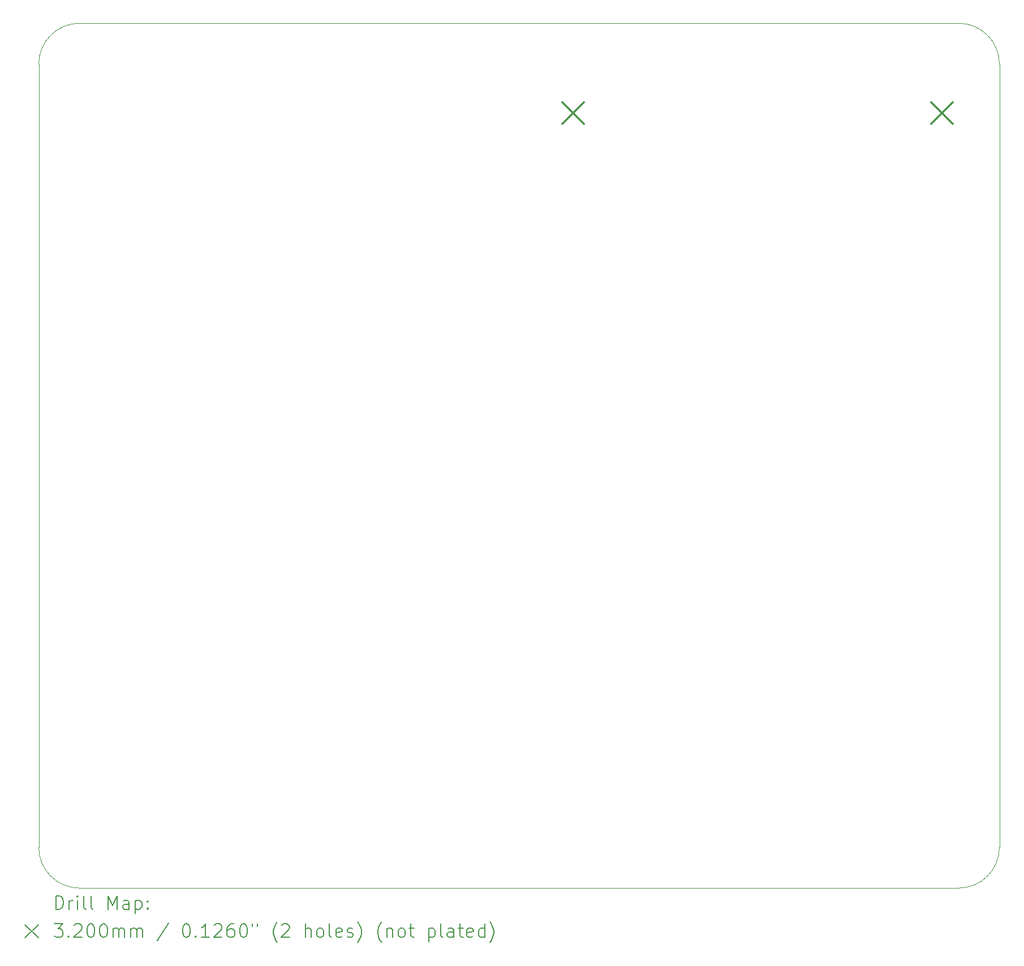
<source format=gbr>
%TF.GenerationSoftware,KiCad,Pcbnew,7.0.7*%
%TF.CreationDate,2023-09-25T16:01:10+09:00*%
%TF.ProjectId,TMA-1,544d412d-312e-46b6-9963-61645f706362,rev?*%
%TF.SameCoordinates,Original*%
%TF.FileFunction,Drillmap*%
%TF.FilePolarity,Positive*%
%FSLAX45Y45*%
G04 Gerber Fmt 4.5, Leading zero omitted, Abs format (unit mm)*
G04 Created by KiCad (PCBNEW 7.0.7) date 2023-09-25 16:01:10*
%MOMM*%
%LPD*%
G01*
G04 APERTURE LIST*
%ADD10C,0.100000*%
%ADD11C,0.200000*%
%ADD12C,0.320000*%
G04 APERTURE END LIST*
D10*
X21031200Y-15913100D02*
X7874000Y-15913100D01*
X21640800Y-3568700D02*
G75*
G03*
X21031200Y-2959100I-609600J0D01*
G01*
X7874000Y-2959100D02*
X21031200Y-2959100D01*
X7264400Y-15303500D02*
G75*
G03*
X7874000Y-15913100I609600J0D01*
G01*
X21031200Y-15913100D02*
G75*
G03*
X21640800Y-15303500I0J609600D01*
G01*
X7264400Y-15303500D02*
X7264400Y-3568700D01*
X7874000Y-2959100D02*
G75*
G03*
X7264400Y-3568700I0J-609600D01*
G01*
X21640800Y-3568700D02*
X21640800Y-15303500D01*
D11*
D12*
X15103600Y-4144400D02*
X15423600Y-4464400D01*
X15423600Y-4144400D02*
X15103600Y-4464400D01*
X20623600Y-4144400D02*
X20943600Y-4464400D01*
X20943600Y-4144400D02*
X20623600Y-4464400D01*
D11*
X7520177Y-16229584D02*
X7520177Y-16029584D01*
X7520177Y-16029584D02*
X7567796Y-16029584D01*
X7567796Y-16029584D02*
X7596367Y-16039108D01*
X7596367Y-16039108D02*
X7615415Y-16058155D01*
X7615415Y-16058155D02*
X7624939Y-16077203D01*
X7624939Y-16077203D02*
X7634462Y-16115298D01*
X7634462Y-16115298D02*
X7634462Y-16143869D01*
X7634462Y-16143869D02*
X7624939Y-16181965D01*
X7624939Y-16181965D02*
X7615415Y-16201012D01*
X7615415Y-16201012D02*
X7596367Y-16220060D01*
X7596367Y-16220060D02*
X7567796Y-16229584D01*
X7567796Y-16229584D02*
X7520177Y-16229584D01*
X7720177Y-16229584D02*
X7720177Y-16096250D01*
X7720177Y-16134346D02*
X7729701Y-16115298D01*
X7729701Y-16115298D02*
X7739224Y-16105774D01*
X7739224Y-16105774D02*
X7758272Y-16096250D01*
X7758272Y-16096250D02*
X7777320Y-16096250D01*
X7843986Y-16229584D02*
X7843986Y-16096250D01*
X7843986Y-16029584D02*
X7834462Y-16039108D01*
X7834462Y-16039108D02*
X7843986Y-16048631D01*
X7843986Y-16048631D02*
X7853510Y-16039108D01*
X7853510Y-16039108D02*
X7843986Y-16029584D01*
X7843986Y-16029584D02*
X7843986Y-16048631D01*
X7967796Y-16229584D02*
X7948748Y-16220060D01*
X7948748Y-16220060D02*
X7939224Y-16201012D01*
X7939224Y-16201012D02*
X7939224Y-16029584D01*
X8072558Y-16229584D02*
X8053510Y-16220060D01*
X8053510Y-16220060D02*
X8043986Y-16201012D01*
X8043986Y-16201012D02*
X8043986Y-16029584D01*
X8301129Y-16229584D02*
X8301129Y-16029584D01*
X8301129Y-16029584D02*
X8367796Y-16172441D01*
X8367796Y-16172441D02*
X8434463Y-16029584D01*
X8434463Y-16029584D02*
X8434463Y-16229584D01*
X8615415Y-16229584D02*
X8615415Y-16124822D01*
X8615415Y-16124822D02*
X8605891Y-16105774D01*
X8605891Y-16105774D02*
X8586844Y-16096250D01*
X8586844Y-16096250D02*
X8548748Y-16096250D01*
X8548748Y-16096250D02*
X8529701Y-16105774D01*
X8615415Y-16220060D02*
X8596367Y-16229584D01*
X8596367Y-16229584D02*
X8548748Y-16229584D01*
X8548748Y-16229584D02*
X8529701Y-16220060D01*
X8529701Y-16220060D02*
X8520177Y-16201012D01*
X8520177Y-16201012D02*
X8520177Y-16181965D01*
X8520177Y-16181965D02*
X8529701Y-16162917D01*
X8529701Y-16162917D02*
X8548748Y-16153393D01*
X8548748Y-16153393D02*
X8596367Y-16153393D01*
X8596367Y-16153393D02*
X8615415Y-16143869D01*
X8710653Y-16096250D02*
X8710653Y-16296250D01*
X8710653Y-16105774D02*
X8729701Y-16096250D01*
X8729701Y-16096250D02*
X8767796Y-16096250D01*
X8767796Y-16096250D02*
X8786844Y-16105774D01*
X8786844Y-16105774D02*
X8796367Y-16115298D01*
X8796367Y-16115298D02*
X8805891Y-16134346D01*
X8805891Y-16134346D02*
X8805891Y-16191488D01*
X8805891Y-16191488D02*
X8796367Y-16210536D01*
X8796367Y-16210536D02*
X8786844Y-16220060D01*
X8786844Y-16220060D02*
X8767796Y-16229584D01*
X8767796Y-16229584D02*
X8729701Y-16229584D01*
X8729701Y-16229584D02*
X8710653Y-16220060D01*
X8891605Y-16210536D02*
X8901129Y-16220060D01*
X8901129Y-16220060D02*
X8891605Y-16229584D01*
X8891605Y-16229584D02*
X8882082Y-16220060D01*
X8882082Y-16220060D02*
X8891605Y-16210536D01*
X8891605Y-16210536D02*
X8891605Y-16229584D01*
X8891605Y-16105774D02*
X8901129Y-16115298D01*
X8901129Y-16115298D02*
X8891605Y-16124822D01*
X8891605Y-16124822D02*
X8882082Y-16115298D01*
X8882082Y-16115298D02*
X8891605Y-16105774D01*
X8891605Y-16105774D02*
X8891605Y-16124822D01*
X7059400Y-16458100D02*
X7259400Y-16658100D01*
X7259400Y-16458100D02*
X7059400Y-16658100D01*
X7501129Y-16449584D02*
X7624939Y-16449584D01*
X7624939Y-16449584D02*
X7558272Y-16525774D01*
X7558272Y-16525774D02*
X7586843Y-16525774D01*
X7586843Y-16525774D02*
X7605891Y-16535298D01*
X7605891Y-16535298D02*
X7615415Y-16544822D01*
X7615415Y-16544822D02*
X7624939Y-16563869D01*
X7624939Y-16563869D02*
X7624939Y-16611488D01*
X7624939Y-16611488D02*
X7615415Y-16630536D01*
X7615415Y-16630536D02*
X7605891Y-16640060D01*
X7605891Y-16640060D02*
X7586843Y-16649584D01*
X7586843Y-16649584D02*
X7529701Y-16649584D01*
X7529701Y-16649584D02*
X7510653Y-16640060D01*
X7510653Y-16640060D02*
X7501129Y-16630536D01*
X7710653Y-16630536D02*
X7720177Y-16640060D01*
X7720177Y-16640060D02*
X7710653Y-16649584D01*
X7710653Y-16649584D02*
X7701129Y-16640060D01*
X7701129Y-16640060D02*
X7710653Y-16630536D01*
X7710653Y-16630536D02*
X7710653Y-16649584D01*
X7796367Y-16468631D02*
X7805891Y-16459108D01*
X7805891Y-16459108D02*
X7824939Y-16449584D01*
X7824939Y-16449584D02*
X7872558Y-16449584D01*
X7872558Y-16449584D02*
X7891605Y-16459108D01*
X7891605Y-16459108D02*
X7901129Y-16468631D01*
X7901129Y-16468631D02*
X7910653Y-16487679D01*
X7910653Y-16487679D02*
X7910653Y-16506727D01*
X7910653Y-16506727D02*
X7901129Y-16535298D01*
X7901129Y-16535298D02*
X7786843Y-16649584D01*
X7786843Y-16649584D02*
X7910653Y-16649584D01*
X8034462Y-16449584D02*
X8053510Y-16449584D01*
X8053510Y-16449584D02*
X8072558Y-16459108D01*
X8072558Y-16459108D02*
X8082082Y-16468631D01*
X8082082Y-16468631D02*
X8091605Y-16487679D01*
X8091605Y-16487679D02*
X8101129Y-16525774D01*
X8101129Y-16525774D02*
X8101129Y-16573393D01*
X8101129Y-16573393D02*
X8091605Y-16611488D01*
X8091605Y-16611488D02*
X8082082Y-16630536D01*
X8082082Y-16630536D02*
X8072558Y-16640060D01*
X8072558Y-16640060D02*
X8053510Y-16649584D01*
X8053510Y-16649584D02*
X8034462Y-16649584D01*
X8034462Y-16649584D02*
X8015415Y-16640060D01*
X8015415Y-16640060D02*
X8005891Y-16630536D01*
X8005891Y-16630536D02*
X7996367Y-16611488D01*
X7996367Y-16611488D02*
X7986843Y-16573393D01*
X7986843Y-16573393D02*
X7986843Y-16525774D01*
X7986843Y-16525774D02*
X7996367Y-16487679D01*
X7996367Y-16487679D02*
X8005891Y-16468631D01*
X8005891Y-16468631D02*
X8015415Y-16459108D01*
X8015415Y-16459108D02*
X8034462Y-16449584D01*
X8224939Y-16449584D02*
X8243986Y-16449584D01*
X8243986Y-16449584D02*
X8263034Y-16459108D01*
X8263034Y-16459108D02*
X8272558Y-16468631D01*
X8272558Y-16468631D02*
X8282082Y-16487679D01*
X8282082Y-16487679D02*
X8291605Y-16525774D01*
X8291605Y-16525774D02*
X8291605Y-16573393D01*
X8291605Y-16573393D02*
X8282082Y-16611488D01*
X8282082Y-16611488D02*
X8272558Y-16630536D01*
X8272558Y-16630536D02*
X8263034Y-16640060D01*
X8263034Y-16640060D02*
X8243986Y-16649584D01*
X8243986Y-16649584D02*
X8224939Y-16649584D01*
X8224939Y-16649584D02*
X8205891Y-16640060D01*
X8205891Y-16640060D02*
X8196367Y-16630536D01*
X8196367Y-16630536D02*
X8186843Y-16611488D01*
X8186843Y-16611488D02*
X8177320Y-16573393D01*
X8177320Y-16573393D02*
X8177320Y-16525774D01*
X8177320Y-16525774D02*
X8186843Y-16487679D01*
X8186843Y-16487679D02*
X8196367Y-16468631D01*
X8196367Y-16468631D02*
X8205891Y-16459108D01*
X8205891Y-16459108D02*
X8224939Y-16449584D01*
X8377320Y-16649584D02*
X8377320Y-16516250D01*
X8377320Y-16535298D02*
X8386843Y-16525774D01*
X8386843Y-16525774D02*
X8405891Y-16516250D01*
X8405891Y-16516250D02*
X8434463Y-16516250D01*
X8434463Y-16516250D02*
X8453510Y-16525774D01*
X8453510Y-16525774D02*
X8463034Y-16544822D01*
X8463034Y-16544822D02*
X8463034Y-16649584D01*
X8463034Y-16544822D02*
X8472558Y-16525774D01*
X8472558Y-16525774D02*
X8491605Y-16516250D01*
X8491605Y-16516250D02*
X8520177Y-16516250D01*
X8520177Y-16516250D02*
X8539225Y-16525774D01*
X8539225Y-16525774D02*
X8548748Y-16544822D01*
X8548748Y-16544822D02*
X8548748Y-16649584D01*
X8643986Y-16649584D02*
X8643986Y-16516250D01*
X8643986Y-16535298D02*
X8653510Y-16525774D01*
X8653510Y-16525774D02*
X8672558Y-16516250D01*
X8672558Y-16516250D02*
X8701129Y-16516250D01*
X8701129Y-16516250D02*
X8720177Y-16525774D01*
X8720177Y-16525774D02*
X8729701Y-16544822D01*
X8729701Y-16544822D02*
X8729701Y-16649584D01*
X8729701Y-16544822D02*
X8739225Y-16525774D01*
X8739225Y-16525774D02*
X8758272Y-16516250D01*
X8758272Y-16516250D02*
X8786844Y-16516250D01*
X8786844Y-16516250D02*
X8805891Y-16525774D01*
X8805891Y-16525774D02*
X8815415Y-16544822D01*
X8815415Y-16544822D02*
X8815415Y-16649584D01*
X9205891Y-16440060D02*
X9034463Y-16697203D01*
X9463034Y-16449584D02*
X9482082Y-16449584D01*
X9482082Y-16449584D02*
X9501129Y-16459108D01*
X9501129Y-16459108D02*
X9510653Y-16468631D01*
X9510653Y-16468631D02*
X9520177Y-16487679D01*
X9520177Y-16487679D02*
X9529701Y-16525774D01*
X9529701Y-16525774D02*
X9529701Y-16573393D01*
X9529701Y-16573393D02*
X9520177Y-16611488D01*
X9520177Y-16611488D02*
X9510653Y-16630536D01*
X9510653Y-16630536D02*
X9501129Y-16640060D01*
X9501129Y-16640060D02*
X9482082Y-16649584D01*
X9482082Y-16649584D02*
X9463034Y-16649584D01*
X9463034Y-16649584D02*
X9443987Y-16640060D01*
X9443987Y-16640060D02*
X9434463Y-16630536D01*
X9434463Y-16630536D02*
X9424939Y-16611488D01*
X9424939Y-16611488D02*
X9415415Y-16573393D01*
X9415415Y-16573393D02*
X9415415Y-16525774D01*
X9415415Y-16525774D02*
X9424939Y-16487679D01*
X9424939Y-16487679D02*
X9434463Y-16468631D01*
X9434463Y-16468631D02*
X9443987Y-16459108D01*
X9443987Y-16459108D02*
X9463034Y-16449584D01*
X9615415Y-16630536D02*
X9624939Y-16640060D01*
X9624939Y-16640060D02*
X9615415Y-16649584D01*
X9615415Y-16649584D02*
X9605891Y-16640060D01*
X9605891Y-16640060D02*
X9615415Y-16630536D01*
X9615415Y-16630536D02*
X9615415Y-16649584D01*
X9815415Y-16649584D02*
X9701129Y-16649584D01*
X9758272Y-16649584D02*
X9758272Y-16449584D01*
X9758272Y-16449584D02*
X9739225Y-16478155D01*
X9739225Y-16478155D02*
X9720177Y-16497203D01*
X9720177Y-16497203D02*
X9701129Y-16506727D01*
X9891606Y-16468631D02*
X9901129Y-16459108D01*
X9901129Y-16459108D02*
X9920177Y-16449584D01*
X9920177Y-16449584D02*
X9967796Y-16449584D01*
X9967796Y-16449584D02*
X9986844Y-16459108D01*
X9986844Y-16459108D02*
X9996368Y-16468631D01*
X9996368Y-16468631D02*
X10005891Y-16487679D01*
X10005891Y-16487679D02*
X10005891Y-16506727D01*
X10005891Y-16506727D02*
X9996368Y-16535298D01*
X9996368Y-16535298D02*
X9882082Y-16649584D01*
X9882082Y-16649584D02*
X10005891Y-16649584D01*
X10177320Y-16449584D02*
X10139225Y-16449584D01*
X10139225Y-16449584D02*
X10120177Y-16459108D01*
X10120177Y-16459108D02*
X10110653Y-16468631D01*
X10110653Y-16468631D02*
X10091606Y-16497203D01*
X10091606Y-16497203D02*
X10082082Y-16535298D01*
X10082082Y-16535298D02*
X10082082Y-16611488D01*
X10082082Y-16611488D02*
X10091606Y-16630536D01*
X10091606Y-16630536D02*
X10101129Y-16640060D01*
X10101129Y-16640060D02*
X10120177Y-16649584D01*
X10120177Y-16649584D02*
X10158272Y-16649584D01*
X10158272Y-16649584D02*
X10177320Y-16640060D01*
X10177320Y-16640060D02*
X10186844Y-16630536D01*
X10186844Y-16630536D02*
X10196368Y-16611488D01*
X10196368Y-16611488D02*
X10196368Y-16563869D01*
X10196368Y-16563869D02*
X10186844Y-16544822D01*
X10186844Y-16544822D02*
X10177320Y-16535298D01*
X10177320Y-16535298D02*
X10158272Y-16525774D01*
X10158272Y-16525774D02*
X10120177Y-16525774D01*
X10120177Y-16525774D02*
X10101129Y-16535298D01*
X10101129Y-16535298D02*
X10091606Y-16544822D01*
X10091606Y-16544822D02*
X10082082Y-16563869D01*
X10320177Y-16449584D02*
X10339225Y-16449584D01*
X10339225Y-16449584D02*
X10358272Y-16459108D01*
X10358272Y-16459108D02*
X10367796Y-16468631D01*
X10367796Y-16468631D02*
X10377320Y-16487679D01*
X10377320Y-16487679D02*
X10386844Y-16525774D01*
X10386844Y-16525774D02*
X10386844Y-16573393D01*
X10386844Y-16573393D02*
X10377320Y-16611488D01*
X10377320Y-16611488D02*
X10367796Y-16630536D01*
X10367796Y-16630536D02*
X10358272Y-16640060D01*
X10358272Y-16640060D02*
X10339225Y-16649584D01*
X10339225Y-16649584D02*
X10320177Y-16649584D01*
X10320177Y-16649584D02*
X10301129Y-16640060D01*
X10301129Y-16640060D02*
X10291606Y-16630536D01*
X10291606Y-16630536D02*
X10282082Y-16611488D01*
X10282082Y-16611488D02*
X10272558Y-16573393D01*
X10272558Y-16573393D02*
X10272558Y-16525774D01*
X10272558Y-16525774D02*
X10282082Y-16487679D01*
X10282082Y-16487679D02*
X10291606Y-16468631D01*
X10291606Y-16468631D02*
X10301129Y-16459108D01*
X10301129Y-16459108D02*
X10320177Y-16449584D01*
X10463034Y-16449584D02*
X10463034Y-16487679D01*
X10539225Y-16449584D02*
X10539225Y-16487679D01*
X10834463Y-16725774D02*
X10824939Y-16716250D01*
X10824939Y-16716250D02*
X10805891Y-16687679D01*
X10805891Y-16687679D02*
X10796368Y-16668631D01*
X10796368Y-16668631D02*
X10786844Y-16640060D01*
X10786844Y-16640060D02*
X10777320Y-16592441D01*
X10777320Y-16592441D02*
X10777320Y-16554346D01*
X10777320Y-16554346D02*
X10786844Y-16506727D01*
X10786844Y-16506727D02*
X10796368Y-16478155D01*
X10796368Y-16478155D02*
X10805891Y-16459108D01*
X10805891Y-16459108D02*
X10824939Y-16430536D01*
X10824939Y-16430536D02*
X10834463Y-16421012D01*
X10901130Y-16468631D02*
X10910653Y-16459108D01*
X10910653Y-16459108D02*
X10929701Y-16449584D01*
X10929701Y-16449584D02*
X10977320Y-16449584D01*
X10977320Y-16449584D02*
X10996368Y-16459108D01*
X10996368Y-16459108D02*
X11005891Y-16468631D01*
X11005891Y-16468631D02*
X11015415Y-16487679D01*
X11015415Y-16487679D02*
X11015415Y-16506727D01*
X11015415Y-16506727D02*
X11005891Y-16535298D01*
X11005891Y-16535298D02*
X10891606Y-16649584D01*
X10891606Y-16649584D02*
X11015415Y-16649584D01*
X11253510Y-16649584D02*
X11253510Y-16449584D01*
X11339225Y-16649584D02*
X11339225Y-16544822D01*
X11339225Y-16544822D02*
X11329701Y-16525774D01*
X11329701Y-16525774D02*
X11310653Y-16516250D01*
X11310653Y-16516250D02*
X11282082Y-16516250D01*
X11282082Y-16516250D02*
X11263034Y-16525774D01*
X11263034Y-16525774D02*
X11253510Y-16535298D01*
X11463034Y-16649584D02*
X11443987Y-16640060D01*
X11443987Y-16640060D02*
X11434463Y-16630536D01*
X11434463Y-16630536D02*
X11424939Y-16611488D01*
X11424939Y-16611488D02*
X11424939Y-16554346D01*
X11424939Y-16554346D02*
X11434463Y-16535298D01*
X11434463Y-16535298D02*
X11443987Y-16525774D01*
X11443987Y-16525774D02*
X11463034Y-16516250D01*
X11463034Y-16516250D02*
X11491606Y-16516250D01*
X11491606Y-16516250D02*
X11510653Y-16525774D01*
X11510653Y-16525774D02*
X11520177Y-16535298D01*
X11520177Y-16535298D02*
X11529701Y-16554346D01*
X11529701Y-16554346D02*
X11529701Y-16611488D01*
X11529701Y-16611488D02*
X11520177Y-16630536D01*
X11520177Y-16630536D02*
X11510653Y-16640060D01*
X11510653Y-16640060D02*
X11491606Y-16649584D01*
X11491606Y-16649584D02*
X11463034Y-16649584D01*
X11643987Y-16649584D02*
X11624939Y-16640060D01*
X11624939Y-16640060D02*
X11615415Y-16621012D01*
X11615415Y-16621012D02*
X11615415Y-16449584D01*
X11796368Y-16640060D02*
X11777320Y-16649584D01*
X11777320Y-16649584D02*
X11739225Y-16649584D01*
X11739225Y-16649584D02*
X11720177Y-16640060D01*
X11720177Y-16640060D02*
X11710653Y-16621012D01*
X11710653Y-16621012D02*
X11710653Y-16544822D01*
X11710653Y-16544822D02*
X11720177Y-16525774D01*
X11720177Y-16525774D02*
X11739225Y-16516250D01*
X11739225Y-16516250D02*
X11777320Y-16516250D01*
X11777320Y-16516250D02*
X11796368Y-16525774D01*
X11796368Y-16525774D02*
X11805891Y-16544822D01*
X11805891Y-16544822D02*
X11805891Y-16563869D01*
X11805891Y-16563869D02*
X11710653Y-16582917D01*
X11882082Y-16640060D02*
X11901130Y-16649584D01*
X11901130Y-16649584D02*
X11939225Y-16649584D01*
X11939225Y-16649584D02*
X11958272Y-16640060D01*
X11958272Y-16640060D02*
X11967796Y-16621012D01*
X11967796Y-16621012D02*
X11967796Y-16611488D01*
X11967796Y-16611488D02*
X11958272Y-16592441D01*
X11958272Y-16592441D02*
X11939225Y-16582917D01*
X11939225Y-16582917D02*
X11910653Y-16582917D01*
X11910653Y-16582917D02*
X11891606Y-16573393D01*
X11891606Y-16573393D02*
X11882082Y-16554346D01*
X11882082Y-16554346D02*
X11882082Y-16544822D01*
X11882082Y-16544822D02*
X11891606Y-16525774D01*
X11891606Y-16525774D02*
X11910653Y-16516250D01*
X11910653Y-16516250D02*
X11939225Y-16516250D01*
X11939225Y-16516250D02*
X11958272Y-16525774D01*
X12034463Y-16725774D02*
X12043987Y-16716250D01*
X12043987Y-16716250D02*
X12063034Y-16687679D01*
X12063034Y-16687679D02*
X12072558Y-16668631D01*
X12072558Y-16668631D02*
X12082082Y-16640060D01*
X12082082Y-16640060D02*
X12091606Y-16592441D01*
X12091606Y-16592441D02*
X12091606Y-16554346D01*
X12091606Y-16554346D02*
X12082082Y-16506727D01*
X12082082Y-16506727D02*
X12072558Y-16478155D01*
X12072558Y-16478155D02*
X12063034Y-16459108D01*
X12063034Y-16459108D02*
X12043987Y-16430536D01*
X12043987Y-16430536D02*
X12034463Y-16421012D01*
X12396368Y-16725774D02*
X12386844Y-16716250D01*
X12386844Y-16716250D02*
X12367796Y-16687679D01*
X12367796Y-16687679D02*
X12358272Y-16668631D01*
X12358272Y-16668631D02*
X12348749Y-16640060D01*
X12348749Y-16640060D02*
X12339225Y-16592441D01*
X12339225Y-16592441D02*
X12339225Y-16554346D01*
X12339225Y-16554346D02*
X12348749Y-16506727D01*
X12348749Y-16506727D02*
X12358272Y-16478155D01*
X12358272Y-16478155D02*
X12367796Y-16459108D01*
X12367796Y-16459108D02*
X12386844Y-16430536D01*
X12386844Y-16430536D02*
X12396368Y-16421012D01*
X12472558Y-16516250D02*
X12472558Y-16649584D01*
X12472558Y-16535298D02*
X12482082Y-16525774D01*
X12482082Y-16525774D02*
X12501130Y-16516250D01*
X12501130Y-16516250D02*
X12529701Y-16516250D01*
X12529701Y-16516250D02*
X12548749Y-16525774D01*
X12548749Y-16525774D02*
X12558272Y-16544822D01*
X12558272Y-16544822D02*
X12558272Y-16649584D01*
X12682082Y-16649584D02*
X12663034Y-16640060D01*
X12663034Y-16640060D02*
X12653511Y-16630536D01*
X12653511Y-16630536D02*
X12643987Y-16611488D01*
X12643987Y-16611488D02*
X12643987Y-16554346D01*
X12643987Y-16554346D02*
X12653511Y-16535298D01*
X12653511Y-16535298D02*
X12663034Y-16525774D01*
X12663034Y-16525774D02*
X12682082Y-16516250D01*
X12682082Y-16516250D02*
X12710653Y-16516250D01*
X12710653Y-16516250D02*
X12729701Y-16525774D01*
X12729701Y-16525774D02*
X12739225Y-16535298D01*
X12739225Y-16535298D02*
X12748749Y-16554346D01*
X12748749Y-16554346D02*
X12748749Y-16611488D01*
X12748749Y-16611488D02*
X12739225Y-16630536D01*
X12739225Y-16630536D02*
X12729701Y-16640060D01*
X12729701Y-16640060D02*
X12710653Y-16649584D01*
X12710653Y-16649584D02*
X12682082Y-16649584D01*
X12805892Y-16516250D02*
X12882082Y-16516250D01*
X12834463Y-16449584D02*
X12834463Y-16621012D01*
X12834463Y-16621012D02*
X12843987Y-16640060D01*
X12843987Y-16640060D02*
X12863034Y-16649584D01*
X12863034Y-16649584D02*
X12882082Y-16649584D01*
X13101130Y-16516250D02*
X13101130Y-16716250D01*
X13101130Y-16525774D02*
X13120177Y-16516250D01*
X13120177Y-16516250D02*
X13158273Y-16516250D01*
X13158273Y-16516250D02*
X13177320Y-16525774D01*
X13177320Y-16525774D02*
X13186844Y-16535298D01*
X13186844Y-16535298D02*
X13196368Y-16554346D01*
X13196368Y-16554346D02*
X13196368Y-16611488D01*
X13196368Y-16611488D02*
X13186844Y-16630536D01*
X13186844Y-16630536D02*
X13177320Y-16640060D01*
X13177320Y-16640060D02*
X13158273Y-16649584D01*
X13158273Y-16649584D02*
X13120177Y-16649584D01*
X13120177Y-16649584D02*
X13101130Y-16640060D01*
X13310653Y-16649584D02*
X13291606Y-16640060D01*
X13291606Y-16640060D02*
X13282082Y-16621012D01*
X13282082Y-16621012D02*
X13282082Y-16449584D01*
X13472558Y-16649584D02*
X13472558Y-16544822D01*
X13472558Y-16544822D02*
X13463034Y-16525774D01*
X13463034Y-16525774D02*
X13443987Y-16516250D01*
X13443987Y-16516250D02*
X13405892Y-16516250D01*
X13405892Y-16516250D02*
X13386844Y-16525774D01*
X13472558Y-16640060D02*
X13453511Y-16649584D01*
X13453511Y-16649584D02*
X13405892Y-16649584D01*
X13405892Y-16649584D02*
X13386844Y-16640060D01*
X13386844Y-16640060D02*
X13377320Y-16621012D01*
X13377320Y-16621012D02*
X13377320Y-16601965D01*
X13377320Y-16601965D02*
X13386844Y-16582917D01*
X13386844Y-16582917D02*
X13405892Y-16573393D01*
X13405892Y-16573393D02*
X13453511Y-16573393D01*
X13453511Y-16573393D02*
X13472558Y-16563869D01*
X13539225Y-16516250D02*
X13615415Y-16516250D01*
X13567796Y-16449584D02*
X13567796Y-16621012D01*
X13567796Y-16621012D02*
X13577320Y-16640060D01*
X13577320Y-16640060D02*
X13596368Y-16649584D01*
X13596368Y-16649584D02*
X13615415Y-16649584D01*
X13758273Y-16640060D02*
X13739225Y-16649584D01*
X13739225Y-16649584D02*
X13701130Y-16649584D01*
X13701130Y-16649584D02*
X13682082Y-16640060D01*
X13682082Y-16640060D02*
X13672558Y-16621012D01*
X13672558Y-16621012D02*
X13672558Y-16544822D01*
X13672558Y-16544822D02*
X13682082Y-16525774D01*
X13682082Y-16525774D02*
X13701130Y-16516250D01*
X13701130Y-16516250D02*
X13739225Y-16516250D01*
X13739225Y-16516250D02*
X13758273Y-16525774D01*
X13758273Y-16525774D02*
X13767796Y-16544822D01*
X13767796Y-16544822D02*
X13767796Y-16563869D01*
X13767796Y-16563869D02*
X13672558Y-16582917D01*
X13939225Y-16649584D02*
X13939225Y-16449584D01*
X13939225Y-16640060D02*
X13920177Y-16649584D01*
X13920177Y-16649584D02*
X13882082Y-16649584D01*
X13882082Y-16649584D02*
X13863034Y-16640060D01*
X13863034Y-16640060D02*
X13853511Y-16630536D01*
X13853511Y-16630536D02*
X13843987Y-16611488D01*
X13843987Y-16611488D02*
X13843987Y-16554346D01*
X13843987Y-16554346D02*
X13853511Y-16535298D01*
X13853511Y-16535298D02*
X13863034Y-16525774D01*
X13863034Y-16525774D02*
X13882082Y-16516250D01*
X13882082Y-16516250D02*
X13920177Y-16516250D01*
X13920177Y-16516250D02*
X13939225Y-16525774D01*
X14015415Y-16725774D02*
X14024939Y-16716250D01*
X14024939Y-16716250D02*
X14043987Y-16687679D01*
X14043987Y-16687679D02*
X14053511Y-16668631D01*
X14053511Y-16668631D02*
X14063034Y-16640060D01*
X14063034Y-16640060D02*
X14072558Y-16592441D01*
X14072558Y-16592441D02*
X14072558Y-16554346D01*
X14072558Y-16554346D02*
X14063034Y-16506727D01*
X14063034Y-16506727D02*
X14053511Y-16478155D01*
X14053511Y-16478155D02*
X14043987Y-16459108D01*
X14043987Y-16459108D02*
X14024939Y-16430536D01*
X14024939Y-16430536D02*
X14015415Y-16421012D01*
M02*

</source>
